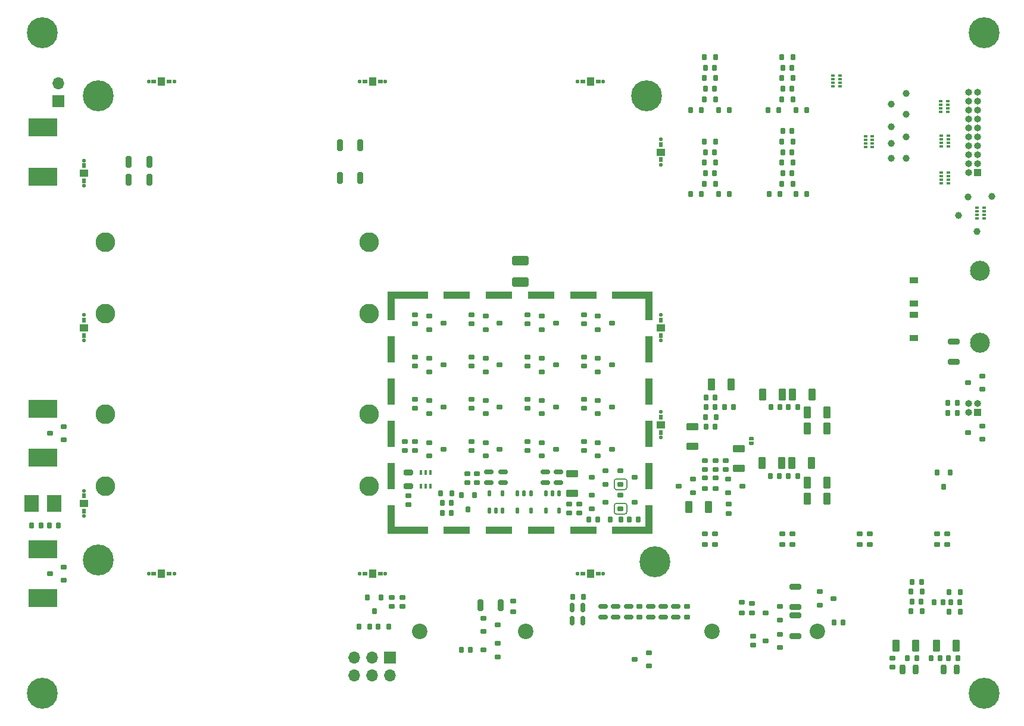
<source format=gbs>
%TF.GenerationSoftware,KiCad,Pcbnew,(6.0.11)*%
%TF.CreationDate,2023-08-11T21:29:26-04:00*%
%TF.ProjectId,1fNoiseAmplifierRev13,31664e6f-6973-4654-916d-706c69666965,rev?*%
%TF.SameCoordinates,Original*%
%TF.FileFunction,Soldermask,Bot*%
%TF.FilePolarity,Negative*%
%FSLAX46Y46*%
G04 Gerber Fmt 4.6, Leading zero omitted, Abs format (unit mm)*
G04 Created by KiCad (PCBNEW (6.0.11)) date 2023-08-11 21:29:26*
%MOMM*%
%LPD*%
G01*
G04 APERTURE LIST*
G04 Aperture macros list*
%AMRoundRect*
0 Rectangle with rounded corners*
0 $1 Rounding radius*
0 $2 $3 $4 $5 $6 $7 $8 $9 X,Y pos of 4 corners*
0 Add a 4 corners polygon primitive as box body*
4,1,4,$2,$3,$4,$5,$6,$7,$8,$9,$2,$3,0*
0 Add four circle primitives for the rounded corners*
1,1,$1+$1,$2,$3*
1,1,$1+$1,$4,$5*
1,1,$1+$1,$6,$7*
1,1,$1+$1,$8,$9*
0 Add four rect primitives between the rounded corners*
20,1,$1+$1,$2,$3,$4,$5,0*
20,1,$1+$1,$4,$5,$6,$7,0*
20,1,$1+$1,$6,$7,$8,$9,0*
20,1,$1+$1,$8,$9,$2,$3,0*%
%AMFreePoly0*
4,1,13,0.250000,-0.375000,0.000000,-0.375000,-0.095671,-0.355970,-0.176777,-0.301777,-0.230970,-0.220671,-0.250000,-0.125000,-0.250000,0.125000,-0.230970,0.220671,-0.176777,0.301777,-0.095671,0.355970,0.000000,0.375000,0.250000,0.375000,0.250000,-0.375000,0.250000,-0.375000,$1*%
G04 Aperture macros list end*
%ADD10C,0.150000*%
%ADD11R,1.000000X1.000000*%
%ADD12O,1.000000X1.000000*%
%ADD13C,0.700000*%
%ADD14C,4.400000*%
%ADD15RoundRect,0.150000X-0.150000X-0.300000X0.150000X-0.300000X0.150000X0.300000X-0.150000X0.300000X0*%
%ADD16C,2.200000*%
%ADD17C,2.840000*%
%ADD18R,4.190000X2.665000*%
%ADD19C,2.800000*%
%ADD20R,1.700000X1.700000*%
%ADD21O,1.700000X1.700000*%
%ADD22R,1.200000X0.900000*%
%ADD23RoundRect,0.150000X-0.300000X0.150000X-0.300000X-0.150000X0.300000X-0.150000X0.300000X0.150000X0*%
%ADD24RoundRect,0.137500X-0.137500X0.262500X-0.137500X-0.262500X0.137500X-0.262500X0.137500X0.262500X0*%
%ADD25RoundRect,0.217391X0.282609X0.657609X-0.282609X0.657609X-0.282609X-0.657609X0.282609X-0.657609X0*%
%ADD26R,0.500000X0.400000*%
%ADD27R,0.500000X0.300000*%
%ADD28RoundRect,0.177778X-0.697222X0.222222X-0.697222X-0.222222X0.697222X-0.222222X0.697222X0.222222X0*%
%ADD29RoundRect,0.050000X-0.200000X0.300000X-0.200000X-0.300000X0.200000X-0.300000X0.200000X0.300000X0*%
%ADD30RoundRect,0.048000X-0.202000X0.192000X-0.202000X-0.192000X0.202000X-0.192000X0.202000X0.192000X0*%
%ADD31RoundRect,0.110000X-0.490000X0.440000X-0.490000X-0.440000X0.490000X-0.440000X0.490000X0.440000X0*%
%ADD32RoundRect,0.175000X-0.175000X0.275000X-0.175000X-0.275000X0.175000X-0.275000X0.175000X0.275000X0*%
%ADD33RoundRect,0.175000X0.175000X0.275000X-0.175000X0.275000X-0.175000X-0.275000X0.175000X-0.275000X0*%
%ADD34RoundRect,0.175000X-0.275000X-0.175000X0.275000X-0.175000X0.275000X0.175000X-0.275000X0.175000X0*%
%ADD35R,0.400000X0.650000*%
%ADD36C,1.000000*%
%ADD37RoundRect,0.200000X-0.200000X-0.475000X0.200000X-0.475000X0.200000X0.475000X-0.200000X0.475000X0*%
%ADD38RoundRect,0.175000X-0.175000X-0.275000X0.175000X-0.275000X0.175000X0.275000X-0.175000X0.275000X0*%
%ADD39RoundRect,0.175000X-0.485000X0.175000X-0.485000X-0.175000X0.485000X-0.175000X0.485000X0.175000X0*%
%ADD40RoundRect,0.175000X0.275000X-0.175000X0.275000X0.175000X-0.275000X0.175000X-0.275000X-0.175000X0*%
%ADD41RoundRect,0.175000X0.485000X-0.175000X0.485000X0.175000X-0.485000X0.175000X-0.485000X-0.175000X0*%
%ADD42RoundRect,0.050000X-0.300000X-0.200000X0.300000X-0.200000X0.300000X0.200000X-0.300000X0.200000X0*%
%ADD43RoundRect,0.048000X-0.192000X-0.202000X0.192000X-0.202000X0.192000X0.202000X-0.192000X0.202000X0*%
%ADD44RoundRect,0.110000X-0.440000X-0.490000X0.440000X-0.490000X0.440000X0.490000X-0.440000X0.490000X0*%
%ADD45RoundRect,0.150000X0.150000X0.300000X-0.150000X0.300000X-0.150000X-0.300000X0.150000X-0.300000X0*%
%ADD46RoundRect,0.217391X-0.282609X-0.657609X0.282609X-0.657609X0.282609X0.657609X-0.282609X0.657609X0*%
%ADD47RoundRect,0.175000X0.275000X0.175000X-0.275000X0.175000X-0.275000X-0.175000X0.275000X-0.175000X0*%
%ADD48RoundRect,0.150000X0.300000X-0.150000X0.300000X0.150000X-0.300000X0.150000X-0.300000X-0.150000X0*%
%ADD49RoundRect,0.048000X0.192000X0.202000X-0.192000X0.202000X-0.192000X-0.202000X0.192000X-0.202000X0*%
%ADD50RoundRect,0.110000X0.440000X0.490000X-0.440000X0.490000X-0.440000X-0.490000X0.440000X-0.490000X0*%
%ADD51RoundRect,0.050000X0.300000X0.200000X-0.300000X0.200000X-0.300000X-0.200000X0.300000X-0.200000X0*%
%ADD52RoundRect,0.175000X-0.275000X0.175000X-0.275000X-0.175000X0.275000X-0.175000X0.275000X0.175000X0*%
%ADD53RoundRect,0.217391X0.657609X-0.282609X0.657609X0.282609X-0.657609X0.282609X-0.657609X-0.282609X0*%
%ADD54RoundRect,0.177778X0.697222X-0.222222X0.697222X0.222222X-0.697222X0.222222X-0.697222X-0.222222X0*%
%ADD55RoundRect,0.175000X-0.175000X-0.485000X0.175000X-0.485000X0.175000X0.485000X-0.175000X0.485000X0*%
%ADD56RoundRect,0.250000X-0.925000X0.412500X-0.925000X-0.412500X0.925000X-0.412500X0.925000X0.412500X0*%
%ADD57RoundRect,0.177778X-0.222222X-0.697222X0.222222X-0.697222X0.222222X0.697222X-0.222222X0.697222X0*%
%ADD58FreePoly0,270.000000*%
%ADD59FreePoly0,90.000000*%
%ADD60RoundRect,0.177778X0.222222X0.697222X-0.222222X0.697222X-0.222222X-0.697222X0.222222X-0.697222X0*%
%ADD61R,2.010000X2.390000*%
%ADD62RoundRect,0.217391X-0.657609X0.282609X-0.657609X-0.282609X0.657609X-0.282609X0.657609X0.282609X0*%
%ADD63RoundRect,0.200000X0.475000X-0.200000X0.475000X0.200000X-0.475000X0.200000X-0.475000X-0.200000X0*%
%ADD64RoundRect,0.137500X0.137500X-0.262500X0.137500X0.262500X-0.137500X0.262500X-0.137500X-0.262500X0*%
%ADD65R,1.000000X3.140000*%
%ADD66R,1.000000X3.800000*%
%ADD67R,3.800000X1.000000*%
%ADD68R,4.720000X1.000000*%
%ADD69RoundRect,0.175000X0.175000X0.485000X-0.175000X0.485000X-0.175000X-0.485000X0.175000X-0.485000X0*%
G04 APERTURE END LIST*
D10*
X125216208Y-120879869D02*
X125216208Y-119979869D01*
X125516208Y-116192001D02*
X126716208Y-116192001D01*
X125216231Y-120879869D02*
G75*
G03*
X125516208Y-121179869I299969J-31D01*
G01*
X125516208Y-119679808D02*
G75*
G03*
X125216208Y-119979869I92J-300092D01*
G01*
X125216208Y-117392001D02*
X125216208Y-116492001D01*
X125216199Y-117392001D02*
G75*
G03*
X125516208Y-117692001I300001J1D01*
G01*
X127016199Y-116492001D02*
G75*
G03*
X126716208Y-116192001I-299999J1D01*
G01*
X125516208Y-116192008D02*
G75*
G03*
X125216208Y-116492001I-8J-299992D01*
G01*
X127016208Y-119979869D02*
X127016208Y-120879869D01*
X126716208Y-121179808D02*
G75*
G03*
X127016208Y-120879869I92J299908D01*
G01*
X127016231Y-119979869D02*
G75*
G03*
X126716208Y-119679869I-300031J-31D01*
G01*
X125516208Y-119679869D02*
X126716208Y-119679869D01*
X126716208Y-121179869D02*
X125516208Y-121179869D01*
X126716208Y-117692008D02*
G75*
G03*
X127016208Y-117392001I-8J300008D01*
G01*
X126716208Y-117692001D02*
X125516208Y-117692001D01*
X127016208Y-116492001D02*
X127016208Y-117392001D01*
D11*
%TO.C,J12*%
X176861206Y-106679869D03*
D12*
X175591206Y-106679869D03*
X176861206Y-105409869D03*
X175591206Y-105409869D03*
%TD*%
D13*
%TO.C,H1*%
X45002932Y-147846595D03*
X43836206Y-145029869D03*
X42669480Y-145513143D03*
X42186206Y-146679869D03*
X45002932Y-145513143D03*
X42669480Y-147846595D03*
X43836206Y-148329869D03*
D14*
X43836206Y-146679869D03*
D13*
X45486206Y-146679869D03*
%TD*%
%TO.C,H2*%
X179002932Y-147846595D03*
X177836206Y-145029869D03*
X176669480Y-145513143D03*
X176186206Y-146679869D03*
X179002932Y-145513143D03*
X176669480Y-147846595D03*
X177836206Y-148329869D03*
D14*
X177836206Y-146679869D03*
D13*
X179486206Y-146679869D03*
%TD*%
%TO.C,H7*%
X45486206Y-52679869D03*
D14*
X43836206Y-52679869D03*
D13*
X43836206Y-54329869D03*
X42669480Y-53846595D03*
X45002932Y-51513143D03*
X42186206Y-52679869D03*
X42669480Y-51513143D03*
X43836206Y-51029869D03*
X45002932Y-53846595D03*
%TD*%
%TO.C,H8*%
X179002932Y-53846595D03*
X177836206Y-51029869D03*
X176669480Y-51513143D03*
X176186206Y-52679869D03*
X179002932Y-51513143D03*
X176669480Y-53846595D03*
X177836206Y-54329869D03*
D14*
X177836206Y-52679869D03*
D13*
X179486206Y-52679869D03*
%TD*%
D15*
%TO.C,R77*%
X172686206Y-106779869D03*
X173986206Y-106779869D03*
%TD*%
%TO.C,R78*%
X172686206Y-105379869D03*
X173986206Y-105379869D03*
%TD*%
D13*
%TO.C,H3*%
X50669480Y-126513143D03*
X53002932Y-126513143D03*
X50669480Y-128846595D03*
X50186206Y-127679869D03*
X51836206Y-129329869D03*
X53002932Y-128846595D03*
D14*
X51836206Y-127679869D03*
D13*
X53486206Y-127679869D03*
X51836206Y-126029869D03*
%TD*%
%TO.C,H6*%
X129836206Y-63329869D03*
X131486206Y-61679869D03*
D14*
X129836206Y-61679869D03*
D13*
X129836206Y-60029869D03*
X131002932Y-62846595D03*
X128669480Y-60513143D03*
X128186206Y-61679869D03*
X128669480Y-62846595D03*
X131002932Y-60513143D03*
%TD*%
D16*
%TO.C,C4*%
X97586206Y-137879869D03*
X112586206Y-137879869D03*
%TD*%
%TO.C,C9*%
X139136206Y-137879869D03*
X154136206Y-137879869D03*
%TD*%
D17*
%TO.C,J15*%
X177186206Y-86529869D03*
X177186206Y-96829869D03*
%TD*%
D11*
%TO.C,J19*%
X176861206Y-72604869D03*
D12*
X175591206Y-72604869D03*
X176861206Y-71334869D03*
X175591206Y-71334869D03*
X176861206Y-70064869D03*
X175591206Y-70064869D03*
X176861206Y-68794869D03*
X175591206Y-68794869D03*
X176861206Y-67524869D03*
X175591206Y-67524869D03*
X176861206Y-66254869D03*
X175591206Y-66254869D03*
X176861206Y-64984869D03*
X175591206Y-64984869D03*
X176861206Y-63714869D03*
X175591206Y-63714869D03*
X176861206Y-62444869D03*
X175591206Y-62444869D03*
X176861206Y-61174869D03*
X175591206Y-61174869D03*
%TD*%
D18*
%TO.C,J4*%
X43936206Y-133172369D03*
X43936206Y-126187369D03*
%TD*%
%TO.C,J9*%
X43936206Y-113172369D03*
X43936206Y-106187369D03*
%TD*%
D19*
%TO.C,C25*%
X52886206Y-117179869D03*
X52886206Y-106979869D03*
X90386206Y-106979869D03*
X90386206Y-117179869D03*
%TD*%
D13*
%TO.C,H5*%
X51836206Y-60029869D03*
X50186206Y-61679869D03*
D14*
X51836206Y-61679869D03*
D13*
X53002932Y-62846595D03*
X50669480Y-60513143D03*
X51836206Y-63329869D03*
X50669480Y-62846595D03*
X53486206Y-61679869D03*
X53002932Y-60513143D03*
%TD*%
%TO.C,H4*%
X131000000Y-126350000D03*
X129350000Y-128000000D03*
X132166726Y-129166726D03*
X132166726Y-126833274D03*
D14*
X131000000Y-128000000D03*
D13*
X131000000Y-129650000D03*
X129833274Y-129166726D03*
X129833274Y-126833274D03*
X132650000Y-128000000D03*
%TD*%
D20*
%TO.C,J20*%
X46136206Y-62479869D03*
D21*
X46136206Y-59939869D03*
%TD*%
D22*
%TO.C,D18*%
X167836206Y-91229869D03*
X167836206Y-87929869D03*
%TD*%
D19*
%TO.C,C35*%
X52886206Y-82479869D03*
X52886206Y-92679869D03*
X90386206Y-82479869D03*
X90386206Y-92679869D03*
%TD*%
D20*
%TO.C,J3*%
X93361206Y-141604869D03*
D21*
X93361206Y-144144869D03*
X90821206Y-141604869D03*
X90821206Y-144144869D03*
X88281206Y-141604869D03*
X88281206Y-144144869D03*
%TD*%
D18*
%TO.C,J16*%
X43936206Y-66187369D03*
X43936206Y-73172369D03*
%TD*%
D22*
%TO.C,D17*%
X167836206Y-96129869D03*
X167836206Y-92829869D03*
%TD*%
D23*
%TO.C,R97*%
X96910142Y-92829869D03*
X96910142Y-94129869D03*
%TD*%
D24*
%TO.C,Q27*%
X115460142Y-118229869D03*
X116410142Y-118229869D03*
X117360142Y-118229869D03*
X117360142Y-120729869D03*
X115460142Y-120729869D03*
%TD*%
D23*
%TO.C,R72*%
X104910142Y-110829869D03*
X104910142Y-112129869D03*
%TD*%
D25*
%TO.C,C72*%
X138636206Y-120179869D03*
X135836206Y-120179869D03*
%TD*%
D26*
%TO.C,RN4*%
X177836206Y-77629869D03*
D27*
X177836206Y-78129869D03*
X177836206Y-78629869D03*
D26*
X177836206Y-79129869D03*
X176836206Y-79129869D03*
D27*
X176836206Y-78629869D03*
X176836206Y-78129869D03*
D26*
X176836206Y-77629869D03*
%TD*%
D28*
%TO.C,R93*%
X173536206Y-96629869D03*
X173536206Y-99529869D03*
%TD*%
D29*
%TO.C,J32*%
X131836206Y-70779869D03*
D30*
X131836206Y-67869869D03*
D31*
X131836206Y-69679869D03*
D29*
X131836206Y-68579869D03*
D30*
X131836206Y-71489869D03*
%TD*%
D23*
%TO.C,R85*%
X112910142Y-104829869D03*
X112910142Y-106129869D03*
%TD*%
D32*
%TO.C,Q29*%
X103460142Y-118479869D03*
X105360142Y-118479869D03*
X104410142Y-120479869D03*
%TD*%
D15*
%TO.C,R80*%
X147486206Y-105979869D03*
X148786206Y-105979869D03*
%TD*%
D33*
%TO.C,C96*%
X141611206Y-75679869D03*
X140061206Y-75679869D03*
%TD*%
D34*
%TO.C,Q45*%
X114910142Y-94929869D03*
X114910142Y-93029869D03*
X116910142Y-93979869D03*
%TD*%
D35*
%TO.C,D13*%
X97760142Y-115279869D03*
X98410142Y-115279869D03*
X99060142Y-115279869D03*
X99060142Y-117179869D03*
X98410142Y-117179869D03*
X97760142Y-117179869D03*
%TD*%
D33*
%TO.C,C91*%
X150611206Y-74179869D03*
X149061206Y-74179869D03*
%TD*%
D25*
%TO.C,C71*%
X155436206Y-118979869D03*
X152636206Y-118979869D03*
%TD*%
D36*
%TO.C,TP26*%
X174136206Y-78679869D03*
%TD*%
D37*
%TO.C,C49*%
X166211206Y-143279869D03*
X168111206Y-143279869D03*
%TD*%
D26*
%TO.C,RN8*%
X171636206Y-63929869D03*
D27*
X171636206Y-63429869D03*
X171636206Y-62929869D03*
D26*
X171636206Y-62429869D03*
X172636206Y-62429869D03*
D27*
X172636206Y-62929869D03*
X172636206Y-63429869D03*
D26*
X172636206Y-63929869D03*
%TD*%
D23*
%TO.C,R66*%
X120910142Y-110829869D03*
X120910142Y-112129869D03*
%TD*%
D38*
%TO.C,C107*%
X149061206Y-59179869D03*
X150611206Y-59179869D03*
%TD*%
D23*
%TO.C,R67*%
X112910142Y-110829869D03*
X112910142Y-112129869D03*
%TD*%
D34*
%TO.C,Q37*%
X114910142Y-106929869D03*
X114910142Y-105029869D03*
X116910142Y-105979869D03*
%TD*%
D39*
%TO.C,R68*%
X115410142Y-115229869D03*
X115410142Y-116729869D03*
%TD*%
D25*
%TO.C,C88*%
X149136206Y-104179869D03*
X146336206Y-104179869D03*
%TD*%
D40*
%TO.C,C65*%
X161536206Y-125554869D03*
X161536206Y-124004869D03*
%TD*%
%TO.C,C63*%
X171136206Y-125554869D03*
X171136206Y-124004869D03*
%TD*%
D25*
%TO.C,C51*%
X168061206Y-139879869D03*
X165261206Y-139879869D03*
%TD*%
D34*
%TO.C,Q40*%
X122910142Y-100929869D03*
X122910142Y-99029869D03*
X124910142Y-99979869D03*
%TD*%
D23*
%TO.C,R84*%
X120910142Y-104829869D03*
X120910142Y-106129869D03*
%TD*%
%TO.C,R64*%
X141111206Y-113539869D03*
X141111206Y-114839869D03*
%TD*%
D41*
%TO.C,R43*%
X127236206Y-135829869D03*
X127236206Y-134329869D03*
%TD*%
D23*
%TO.C,R50*%
X93586206Y-133029869D03*
X93586206Y-134329869D03*
%TD*%
D42*
%TO.C,J25*%
X91936206Y-129679869D03*
D43*
X89026206Y-129679869D03*
D42*
X89736206Y-129679869D03*
D43*
X92646206Y-129679869D03*
D44*
X90836206Y-129679869D03*
%TD*%
D34*
%TO.C,Q38*%
X106910142Y-106929869D03*
X106910142Y-105029869D03*
X108910142Y-105979869D03*
%TD*%
D45*
%TO.C,R53*%
X122866208Y-121979869D03*
X121566208Y-121979869D03*
%TD*%
D40*
%TO.C,C68*%
X149136206Y-125554869D03*
X149136206Y-124004869D03*
%TD*%
D33*
%TO.C,C93*%
X148761206Y-75679869D03*
X147211206Y-75679869D03*
%TD*%
D45*
%TO.C,R27*%
X171561206Y-141679869D03*
X170261206Y-141679869D03*
%TD*%
D36*
%TO.C,TP32*%
X164636206Y-62879869D03*
%TD*%
D46*
%TO.C,C87*%
X150536206Y-104179869D03*
X153336206Y-104179869D03*
%TD*%
D47*
%TO.C,D16*%
X177536206Y-101529869D03*
X177536206Y-103429869D03*
X175536206Y-102479869D03*
%TD*%
D15*
%TO.C,R61*%
X149986206Y-115779869D03*
X151286206Y-115779869D03*
%TD*%
D45*
%TO.C,R56*%
X102060142Y-121029869D03*
X100760142Y-121029869D03*
%TD*%
%TO.C,R30*%
X157786206Y-136579869D03*
X156486206Y-136579869D03*
%TD*%
D39*
%TO.C,R40*%
X132191832Y-134329869D03*
X132191832Y-135829869D03*
%TD*%
D33*
%TO.C,C54*%
X174411206Y-132304869D03*
X172861206Y-132304869D03*
%TD*%
D48*
%TO.C,R65*%
X139611206Y-114839869D03*
X139611206Y-113539869D03*
%TD*%
D47*
%TO.C,D8*%
X130136206Y-140929869D03*
X130136206Y-142829869D03*
X128136206Y-141879869D03*
%TD*%
D23*
%TO.C,R87*%
X96910142Y-104829869D03*
X96910142Y-106129869D03*
%TD*%
D33*
%TO.C,C95*%
X137611206Y-75679869D03*
X136061206Y-75679869D03*
%TD*%
D23*
%TO.C,R92*%
X96910142Y-98829869D03*
X96910142Y-100129869D03*
%TD*%
D36*
%TO.C,TP30*%
X166736206Y-70579869D03*
%TD*%
D49*
%TO.C,J24*%
X120026206Y-129679869D03*
D50*
X121836206Y-129679869D03*
D51*
X120736206Y-129679869D03*
D49*
X123646206Y-129679869D03*
D51*
X122936206Y-129679869D03*
%TD*%
D40*
%TO.C,C70*%
X138136206Y-125554869D03*
X138136206Y-124004869D03*
%TD*%
D23*
%TO.C,R76*%
X96910142Y-110829869D03*
X96910142Y-112129869D03*
%TD*%
D52*
%TO.C,C60*%
X128836206Y-134304869D03*
X128836206Y-135854869D03*
%TD*%
D36*
%TO.C,TP25*%
X178936206Y-75979869D03*
%TD*%
D33*
%TO.C,C104*%
X141611206Y-63679869D03*
X140061206Y-63679869D03*
%TD*%
D25*
%TO.C,C83*%
X155436206Y-108979869D03*
X152636206Y-108979869D03*
%TD*%
D38*
%TO.C,C52*%
X91586206Y-137229869D03*
X93136206Y-137229869D03*
%TD*%
D45*
%TO.C,R108*%
X139486206Y-60679869D03*
X138186206Y-60679869D03*
%TD*%
D40*
%TO.C,C66*%
X160136206Y-125554869D03*
X160136206Y-124004869D03*
%TD*%
D38*
%TO.C,C85*%
X138161206Y-107379869D03*
X139711206Y-107379869D03*
%TD*%
D23*
%TO.C,R96*%
X104910142Y-92829869D03*
X104910142Y-94129869D03*
%TD*%
D38*
%TO.C,C74*%
X100535142Y-118229869D03*
X102085142Y-118229869D03*
%TD*%
D34*
%TO.C,U39*%
X141411206Y-118139869D03*
X141411206Y-116239869D03*
X143411206Y-117189869D03*
%TD*%
D15*
%TO.C,R79*%
X149986206Y-105979869D03*
X151286206Y-105979869D03*
%TD*%
D33*
%TO.C,C94*%
X139611206Y-74179869D03*
X138061206Y-74179869D03*
%TD*%
D47*
%TO.C,Q32*%
X124010142Y-115029869D03*
X124010142Y-116929869D03*
X122010142Y-115979869D03*
%TD*%
%TO.C,Q21*%
X148736206Y-138279869D03*
X148736206Y-140179869D03*
X146736206Y-139229869D03*
%TD*%
D53*
%TO.C,C86*%
X136336206Y-111579869D03*
X136336206Y-108779869D03*
%TD*%
D36*
%TO.C,TP27*%
X166736206Y-67479869D03*
%TD*%
D32*
%TO.C,RN2*%
X90136206Y-133029869D03*
X92036206Y-133029869D03*
X91086206Y-135029869D03*
%TD*%
D26*
%TO.C,RN7*%
X160936206Y-68929869D03*
D27*
X160936206Y-68429869D03*
X160936206Y-67929869D03*
D26*
X160936206Y-67429869D03*
X161936206Y-67429869D03*
D27*
X161936206Y-67929869D03*
X161936206Y-68429869D03*
D26*
X161936206Y-68929869D03*
%TD*%
D15*
%TO.C,R82*%
X140886206Y-105979869D03*
X142186206Y-105979869D03*
%TD*%
D36*
%TO.C,TP34*%
X166736206Y-61379869D03*
%TD*%
%TO.C,TP24*%
X175536206Y-76079869D03*
%TD*%
D23*
%TO.C,R86*%
X104910142Y-104829869D03*
X104910142Y-106129869D03*
%TD*%
D31*
%TO.C,J30*%
X131836206Y-94679869D03*
D30*
X131836206Y-96489869D03*
X131836206Y-92869869D03*
D29*
X131836206Y-93579869D03*
X131836206Y-95779869D03*
%TD*%
D38*
%TO.C,C57*%
X167436206Y-135004869D03*
X168986206Y-135004869D03*
%TD*%
D46*
%TO.C,C89*%
X139036206Y-102779869D03*
X141836206Y-102779869D03*
%TD*%
D47*
%TO.C,D15*%
X46936206Y-108729869D03*
X46936206Y-110629869D03*
X44936206Y-109679869D03*
%TD*%
D36*
%TO.C,TP31*%
X164636206Y-66079869D03*
%TD*%
D23*
%TO.C,R94*%
X120910142Y-92829869D03*
X120910142Y-94129869D03*
%TD*%
D54*
%TO.C,R38*%
X150936206Y-134429869D03*
X150936206Y-131529869D03*
%TD*%
D36*
%TO.C,TP23*%
X176836206Y-80979869D03*
%TD*%
D45*
%TO.C,R83*%
X139586206Y-108779869D03*
X138286206Y-108779869D03*
%TD*%
%TO.C,R29*%
X168211206Y-141679869D03*
X166911206Y-141679869D03*
%TD*%
D23*
%TO.C,R28*%
X164811206Y-141679869D03*
X164811206Y-142979869D03*
%TD*%
%TO.C,R32*%
X144936206Y-138529869D03*
X144936206Y-139829869D03*
%TD*%
D45*
%TO.C,R35*%
X174386206Y-133704869D03*
X173086206Y-133704869D03*
%TD*%
D55*
%TO.C,R46*%
X119236206Y-136329869D03*
X120736206Y-136329869D03*
%TD*%
D40*
%TO.C,C64*%
X172536206Y-125554869D03*
X172536206Y-124004869D03*
%TD*%
D34*
%TO.C,Q22*%
X106636206Y-137879869D03*
X106636206Y-135979869D03*
X108636206Y-136929869D03*
%TD*%
D45*
%TO.C,R57*%
X102060142Y-119629869D03*
X100760142Y-119629869D03*
%TD*%
D34*
%TO.C,Q43*%
X98910142Y-100929869D03*
X98910142Y-99029869D03*
X100910142Y-99979869D03*
%TD*%
D45*
%TO.C,R88*%
X139586206Y-104579869D03*
X138286206Y-104579869D03*
%TD*%
D29*
%TO.C,J33*%
X49836206Y-73779869D03*
D31*
X49836206Y-72679869D03*
D30*
X49836206Y-74489869D03*
X49836206Y-70869869D03*
D29*
X49836206Y-71579869D03*
%TD*%
D34*
%TO.C,Q36*%
X122910142Y-106929869D03*
X122910142Y-105029869D03*
X124910142Y-105979869D03*
%TD*%
D56*
%TO.C,C90*%
X111836206Y-85142369D03*
X111836206Y-88217369D03*
%TD*%
D41*
%TO.C,R42*%
X133991832Y-135829869D03*
X133991832Y-134329869D03*
%TD*%
D15*
%TO.C,R104*%
X138186206Y-69679869D03*
X139486206Y-69679869D03*
%TD*%
D33*
%TO.C,C73*%
X126191208Y-121979869D03*
X124641208Y-121979869D03*
%TD*%
D45*
%TO.C,R81*%
X139586206Y-105979869D03*
X138286206Y-105979869D03*
%TD*%
D49*
%TO.C,J36*%
X62646206Y-59679869D03*
D51*
X59736206Y-59679869D03*
X61936206Y-59679869D03*
D50*
X60836206Y-59679869D03*
D49*
X59026206Y-59679869D03*
%TD*%
D45*
%TO.C,R102*%
X150486206Y-66679869D03*
X149186206Y-66679869D03*
%TD*%
D34*
%TO.C,Q47*%
X98910142Y-94929869D03*
X98910142Y-93029869D03*
X100910142Y-93979869D03*
%TD*%
D38*
%TO.C,C100*%
X138061206Y-71179869D03*
X139611206Y-71179869D03*
%TD*%
D57*
%TO.C,R106*%
X56186206Y-71079869D03*
X59086206Y-71079869D03*
%TD*%
D54*
%TO.C,R31*%
X150936206Y-138529869D03*
X150936206Y-135629869D03*
%TD*%
D40*
%TO.C,C67*%
X150536206Y-125554869D03*
X150536206Y-124004869D03*
%TD*%
D52*
%TO.C,C79*%
X139611206Y-116004869D03*
X139611206Y-117554869D03*
%TD*%
D41*
%TO.C,R45*%
X123636206Y-135829869D03*
X123636206Y-134329869D03*
%TD*%
D47*
%TO.C,D14*%
X177536206Y-108629869D03*
X177536206Y-110529869D03*
X175536206Y-109579869D03*
%TD*%
D33*
%TO.C,C53*%
X90436206Y-137229869D03*
X88886206Y-137229869D03*
%TD*%
D45*
%TO.C,R26*%
X174061206Y-141679869D03*
X172761206Y-141679869D03*
%TD*%
D29*
%TO.C,J27*%
X49836206Y-118579869D03*
D31*
X49836206Y-119679869D03*
D30*
X49836206Y-121489869D03*
D29*
X49836206Y-120779869D03*
D30*
X49836206Y-117869869D03*
%TD*%
D47*
%TO.C,D9*%
X108636206Y-139579869D03*
X108636206Y-141479869D03*
X106636206Y-140529869D03*
%TD*%
D24*
%TO.C,Q26*%
X111460142Y-118229869D03*
X112410142Y-118229869D03*
X113360142Y-118229869D03*
X113360142Y-120729869D03*
X111460142Y-120729869D03*
%TD*%
D45*
%TO.C,R100*%
X150486206Y-72679869D03*
X149186206Y-72679869D03*
%TD*%
%TO.C,R59*%
X46186206Y-122779869D03*
X44886206Y-122779869D03*
%TD*%
D34*
%TO.C,Q33*%
X114910142Y-112929869D03*
X114910142Y-111029869D03*
X116910142Y-111979869D03*
%TD*%
D39*
%TO.C,R44*%
X125436206Y-134329869D03*
X125436206Y-135829869D03*
%TD*%
D38*
%TO.C,C108*%
X149061206Y-56179869D03*
X150611206Y-56179869D03*
%TD*%
D33*
%TO.C,C106*%
X137611206Y-63679869D03*
X136061206Y-63679869D03*
%TD*%
D38*
%TO.C,C110*%
X138061206Y-56179869D03*
X139611206Y-56179869D03*
%TD*%
D58*
%TO.C,JP1*%
X144736206Y-110429869D03*
D59*
X144736206Y-111129869D03*
%TD*%
D41*
%TO.C,R70*%
X107410142Y-116729869D03*
X107410142Y-115229869D03*
%TD*%
D23*
%TO.C,R39*%
X144836206Y-133929869D03*
X144836206Y-135229869D03*
%TD*%
D38*
%TO.C,C61*%
X119311206Y-132929869D03*
X120861206Y-132929869D03*
%TD*%
D37*
%TO.C,C48*%
X172061206Y-143279869D03*
X173961206Y-143279869D03*
%TD*%
D40*
%TO.C,C58*%
X143336206Y-135254869D03*
X143336206Y-133704869D03*
%TD*%
D41*
%TO.C,R41*%
X130436206Y-135829869D03*
X130436206Y-134329869D03*
%TD*%
D38*
%TO.C,C109*%
X138061206Y-59179869D03*
X139611206Y-59179869D03*
%TD*%
%TO.C,C98*%
X149061206Y-71179869D03*
X150611206Y-71179869D03*
%TD*%
D23*
%TO.C,R75*%
X95410142Y-110829869D03*
X95410142Y-112129869D03*
%TD*%
D45*
%TO.C,R37*%
X168886206Y-130879869D03*
X167586206Y-130879869D03*
%TD*%
D60*
%TO.C,R105*%
X89086206Y-68679869D03*
X86186206Y-68679869D03*
%TD*%
D23*
%TO.C,R89*%
X120910142Y-98829869D03*
X120910142Y-100129869D03*
%TD*%
D31*
%TO.C,J28*%
X131836206Y-108479869D03*
D29*
X131836206Y-107379869D03*
D30*
X131836206Y-110289869D03*
D29*
X131836206Y-109579869D03*
D30*
X131836206Y-106669869D03*
%TD*%
D23*
%TO.C,R54*%
X118816208Y-119729869D03*
X118816208Y-121029869D03*
%TD*%
D61*
%TO.C,D12*%
X45536206Y-119679869D03*
X42336206Y-119679869D03*
%TD*%
D33*
%TO.C,C56*%
X168986206Y-132204869D03*
X167436206Y-132204869D03*
%TD*%
%TO.C,C103*%
X148611206Y-63679869D03*
X147061206Y-63679869D03*
%TD*%
D34*
%TO.C,Q31*%
X126116208Y-116929869D03*
X126116208Y-115029869D03*
X128116208Y-115979869D03*
%TD*%
D15*
%TO.C,R101*%
X149186206Y-69679869D03*
X150486206Y-69679869D03*
%TD*%
D62*
%TO.C,C77*%
X142936206Y-111879869D03*
X142936206Y-114679869D03*
%TD*%
D45*
%TO.C,R103*%
X139486206Y-72679869D03*
X138186206Y-72679869D03*
%TD*%
%TO.C,R34*%
X171986206Y-133704869D03*
X170686206Y-133704869D03*
%TD*%
D38*
%TO.C,C55*%
X172861206Y-135104869D03*
X174411206Y-135104869D03*
%TD*%
D23*
%TO.C,R55*%
X120216208Y-119729869D03*
X120216208Y-121029869D03*
%TD*%
D34*
%TO.C,Q34*%
X106910142Y-112929869D03*
X106910142Y-111029869D03*
X108910142Y-111979869D03*
%TD*%
D41*
%TO.C,R73*%
X109410142Y-116729869D03*
X109410142Y-115229869D03*
%TD*%
D25*
%TO.C,C75*%
X155436206Y-116679869D03*
X152636206Y-116679869D03*
%TD*%
D15*
%TO.C,R33*%
X103486206Y-140529869D03*
X104786206Y-140529869D03*
%TD*%
D39*
%TO.C,R69*%
X117260142Y-115229869D03*
X117260142Y-116729869D03*
%TD*%
D57*
%TO.C,R48*%
X106186206Y-134129869D03*
X109086206Y-134129869D03*
%TD*%
D33*
%TO.C,C105*%
X139611206Y-62179869D03*
X138061206Y-62179869D03*
%TD*%
D23*
%TO.C,R90*%
X112910142Y-98829869D03*
X112910142Y-100129869D03*
%TD*%
D40*
%TO.C,C69*%
X139536206Y-125554869D03*
X139536206Y-124004869D03*
%TD*%
D34*
%TO.C,Q25*%
X122010142Y-120429869D03*
X122010142Y-118529869D03*
X124010142Y-119479869D03*
%TD*%
D26*
%TO.C,RN9*%
X156336206Y-60329869D03*
D27*
X156336206Y-59829869D03*
X156336206Y-59329869D03*
D26*
X156336206Y-58829869D03*
X157336206Y-58829869D03*
D27*
X157336206Y-59329869D03*
X157336206Y-59829869D03*
D26*
X157336206Y-60329869D03*
%TD*%
D48*
%TO.C,R71*%
X105710142Y-116729869D03*
X105710142Y-115429869D03*
%TD*%
D31*
%TO.C,J31*%
X49836206Y-94679869D03*
D29*
X49836206Y-93579869D03*
D30*
X49836206Y-92869869D03*
X49836206Y-96489869D03*
D29*
X49836206Y-95779869D03*
%TD*%
D46*
%TO.C,C76*%
X150436206Y-113879869D03*
X153236206Y-113879869D03*
%TD*%
D25*
%TO.C,C78*%
X149036206Y-113879869D03*
X146236206Y-113879869D03*
%TD*%
D47*
%TO.C,Q23*%
X148736206Y-134329869D03*
X148736206Y-136229869D03*
X146736206Y-135279869D03*
%TD*%
D36*
%TO.C,TP28*%
X164636206Y-70579869D03*
%TD*%
D26*
%TO.C,RN5*%
X171736206Y-74129869D03*
D27*
X171736206Y-73629869D03*
X171736206Y-73129869D03*
D26*
X171736206Y-72629869D03*
X172736206Y-72629869D03*
D27*
X172736206Y-73129869D03*
X172736206Y-73629869D03*
D26*
X172736206Y-74129869D03*
%TD*%
D34*
%TO.C,Q39*%
X98910142Y-106929869D03*
X98910142Y-105029869D03*
X100910142Y-105979869D03*
%TD*%
D15*
%TO.C,R109*%
X149186206Y-57679869D03*
X150486206Y-57679869D03*
%TD*%
%TO.C,R62*%
X147386206Y-115779869D03*
X148686206Y-115779869D03*
%TD*%
D57*
%TO.C,R98*%
X86186206Y-73379869D03*
X89086206Y-73379869D03*
%TD*%
D25*
%TO.C,C50*%
X173811206Y-139879869D03*
X171011206Y-139879869D03*
%TD*%
D52*
%TO.C,C62*%
X110836206Y-133554869D03*
X110836206Y-135104869D03*
%TD*%
D33*
%TO.C,C92*%
X152611206Y-75679869D03*
X151061206Y-75679869D03*
%TD*%
D48*
%TO.C,R51*%
X141536206Y-121079869D03*
X141536206Y-119779869D03*
%TD*%
D53*
%TO.C,C81*%
X119210142Y-118229869D03*
X119210142Y-115429869D03*
%TD*%
D51*
%TO.C,J26*%
X59736206Y-129679869D03*
D50*
X60836206Y-129679869D03*
D49*
X59026206Y-129679869D03*
D51*
X61936206Y-129679869D03*
D49*
X62646206Y-129679869D03*
%TD*%
D47*
%TO.C,U40*%
X136411206Y-116239869D03*
X136411206Y-118139869D03*
X134411206Y-117189869D03*
%TD*%
D32*
%TO.C,RN3*%
X171086206Y-115279869D03*
X172986206Y-115279869D03*
X172036206Y-117279869D03*
%TD*%
D23*
%TO.C,R63*%
X138111206Y-113539869D03*
X138111206Y-114839869D03*
%TD*%
D45*
%TO.C,R36*%
X168861206Y-133604869D03*
X167561206Y-133604869D03*
%TD*%
D34*
%TO.C,Q30*%
X122910142Y-112929869D03*
X122910142Y-111029869D03*
X124910142Y-111979869D03*
%TD*%
D45*
%TO.C,R107*%
X150486206Y-60679869D03*
X149186206Y-60679869D03*
%TD*%
D34*
%TO.C,Q44*%
X122910142Y-94929869D03*
X122910142Y-93029869D03*
X124910142Y-93979869D03*
%TD*%
D63*
%TO.C,C82*%
X95910142Y-117179869D03*
X95910142Y-115279869D03*
%TD*%
D33*
%TO.C,C101*%
X152611206Y-63679869D03*
X151061206Y-63679869D03*
%TD*%
D50*
%TO.C,J34*%
X121836206Y-59679869D03*
D49*
X123646206Y-59679869D03*
D51*
X122936206Y-59679869D03*
D49*
X120026206Y-59679869D03*
D51*
X120736206Y-59679869D03*
%TD*%
D40*
%TO.C,C80*%
X138111206Y-117554869D03*
X138111206Y-116004869D03*
%TD*%
D60*
%TO.C,R99*%
X59086206Y-73579869D03*
X56186206Y-73579869D03*
%TD*%
D38*
%TO.C,C97*%
X149061206Y-68179869D03*
X150611206Y-68179869D03*
%TD*%
D26*
%TO.C,RN6*%
X171736206Y-68879869D03*
D27*
X171736206Y-68379869D03*
X171736206Y-67879869D03*
D26*
X171736206Y-67379869D03*
X172736206Y-67379869D03*
D27*
X172736206Y-67879869D03*
X172736206Y-68379869D03*
D26*
X172736206Y-68879869D03*
%TD*%
D64*
%TO.C,Q28*%
X109360142Y-120729869D03*
X108410142Y-120729869D03*
X107460142Y-120729869D03*
X107460142Y-118229869D03*
X109360142Y-118229869D03*
%TD*%
D45*
%TO.C,R52*%
X128666208Y-121979869D03*
X127366208Y-121979869D03*
%TD*%
D48*
%TO.C,R58*%
X95910142Y-119879869D03*
X95910142Y-118579869D03*
%TD*%
D23*
%TO.C,R95*%
X112910142Y-92829869D03*
X112910142Y-94129869D03*
%TD*%
D36*
%TO.C,TP33*%
X166736206Y-64279869D03*
%TD*%
D45*
%TO.C,R60*%
X43686206Y-122779869D03*
X42386206Y-122779869D03*
%TD*%
D34*
%TO.C,Q41*%
X114910142Y-100929869D03*
X114910142Y-99029869D03*
X116910142Y-99979869D03*
%TD*%
D33*
%TO.C,C102*%
X150611206Y-62179869D03*
X149061206Y-62179869D03*
%TD*%
D48*
%TO.C,R74*%
X104310142Y-116729869D03*
X104310142Y-115429869D03*
%TD*%
D52*
%TO.C,C59*%
X135591832Y-134304869D03*
X135591832Y-135854869D03*
%TD*%
D34*
%TO.C,Q35*%
X98910142Y-112929869D03*
X98910142Y-111029869D03*
X100910142Y-111979869D03*
%TD*%
D36*
%TO.C,TP29*%
X164636206Y-68479869D03*
%TD*%
D65*
%TO.C,J29*%
X93496208Y-92109869D03*
X93496208Y-121449869D03*
X130136208Y-92109869D03*
D66*
X93496208Y-115779869D03*
X130136208Y-97779869D03*
X93496208Y-103779869D03*
X93496208Y-97779869D03*
D67*
X114816208Y-90039869D03*
D66*
X130136208Y-109779869D03*
D67*
X108816208Y-123519869D03*
X120816208Y-90039869D03*
D11*
X93496208Y-123519869D03*
D66*
X130136208Y-115779869D03*
D68*
X127276208Y-123519869D03*
D65*
X130136208Y-121449869D03*
D67*
X108816208Y-90039869D03*
X102816208Y-90039869D03*
X120816208Y-123519869D03*
D11*
X130136208Y-90039869D03*
X130136208Y-123519869D03*
D66*
X93496208Y-109779869D03*
D11*
X93496208Y-90039869D03*
D67*
X114816208Y-123519869D03*
D68*
X127276208Y-90039869D03*
D66*
X130136208Y-103779869D03*
D68*
X96356208Y-90039869D03*
X96356208Y-123519869D03*
D67*
X102816208Y-123519869D03*
%TD*%
D38*
%TO.C,C99*%
X138061206Y-68179869D03*
X139611206Y-68179869D03*
%TD*%
D47*
%TO.C,D11*%
X46936206Y-128729869D03*
X46936206Y-130629869D03*
X44936206Y-129679869D03*
%TD*%
D34*
%TO.C,Q42*%
X106910142Y-100929869D03*
X106910142Y-99029869D03*
X108910142Y-99979869D03*
%TD*%
D69*
%TO.C,R47*%
X120736206Y-134529869D03*
X119236206Y-134529869D03*
%TD*%
D23*
%TO.C,R91*%
X104910142Y-98829869D03*
X104910142Y-100129869D03*
%TD*%
D34*
%TO.C,D10*%
X154436206Y-134129869D03*
X154436206Y-132229869D03*
X156436206Y-133179869D03*
%TD*%
D51*
%TO.C,J35*%
X89736206Y-59679869D03*
D50*
X90836206Y-59679869D03*
D49*
X92646206Y-59679869D03*
X89026206Y-59679869D03*
D51*
X91936206Y-59679869D03*
%TD*%
D25*
%TO.C,C84*%
X155436206Y-106679869D03*
X152636206Y-106679869D03*
%TD*%
D34*
%TO.C,Q24*%
X126116208Y-120429869D03*
X126116208Y-118529869D03*
X128116208Y-119479869D03*
%TD*%
%TO.C,Q46*%
X106910142Y-94929869D03*
X106910142Y-93029869D03*
X108910142Y-93979869D03*
%TD*%
D15*
%TO.C,R110*%
X138186206Y-57679869D03*
X139486206Y-57679869D03*
%TD*%
D48*
%TO.C,R49*%
X95136206Y-134329869D03*
X95136206Y-133029869D03*
%TD*%
M02*

</source>
